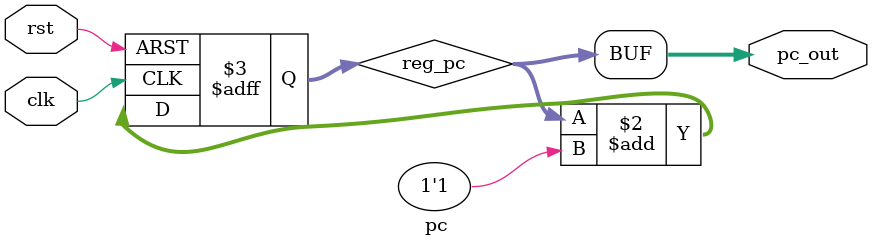
<source format=v>
module pc(
	input clk,
	input rst,
	output [9:0] pc_out
	);
	
	reg [9:0]reg_pc;

	always@(posedge clk or posedge rst) begin 
		if(rst)
			reg_pc <= 0; 	
		else
			reg_pc <= reg_pc + 1'b1; 
	end

	assign pc_out = reg_pc;

endmodule 
</source>
